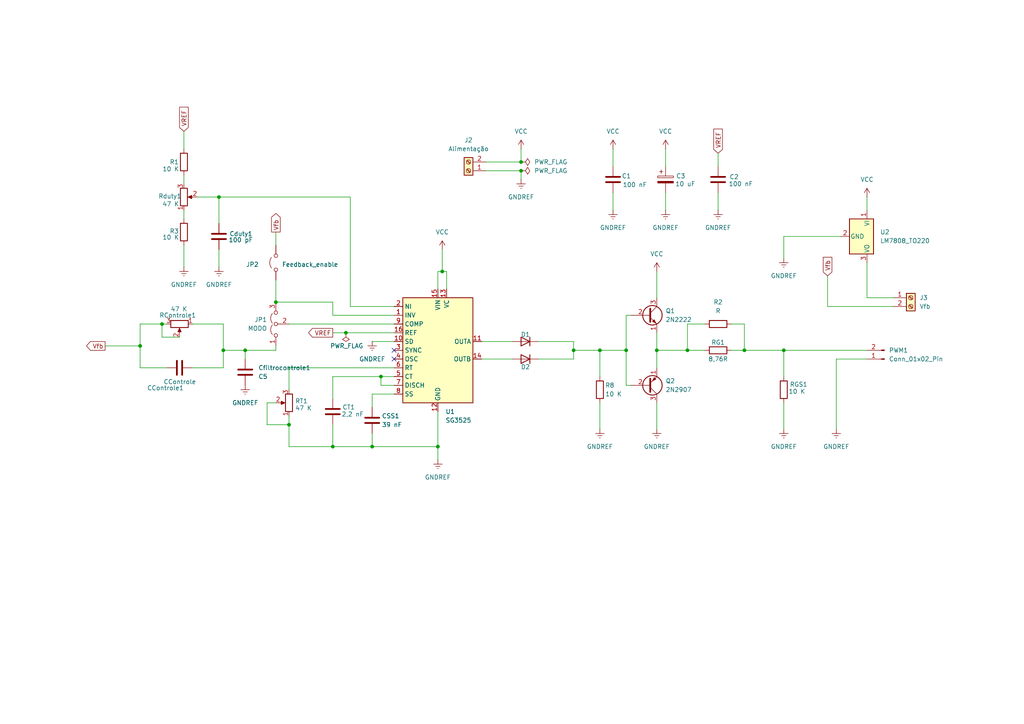
<source format=kicad_sch>
(kicad_sch (version 20231120) (generator "eeschema") (generator_version "8.0")
  (paper "A4")
  (lib_symbols
    (symbol "Connector:Conn_01x02_Pin" (pin_names (offset 1.016) hide)
      (property "Reference" "J" (at 0 2.54 0))
      (property "Value" "Conn_01x02_Pin" (at 0 -5.08 0))
      (symbol "Conn_01x02_Pin_1_1"
        (polyline (pts (xy 1.27 -2.54) (xy 0.8636 -2.54)) (stroke (width 0.1524)))
        (polyline (pts (xy 1.27 0) (xy 0.8636 0)) (stroke (width 0.1524)))
        (rectangle (start 0.8636 -2.413) (end 0 -2.667) (stroke (width 0.1524)) (fill (type outline)))
        (rectangle (start 0.8636 0.127) (end 0 -0.127) (stroke (width 0.1524)) (fill (type outline)))
        (pin passive line (at 5.08 0 180) (length 3.81) (name "Pin_1") (number "1"))
        (pin passive line (at 5.08 -2.54 180) (length 3.81) (name "Pin_2") (number "2"))
      )
    )
    (symbol "Connector:Screw_Terminal_01x02" (pin_names (offset 1.016) hide)
      (property "Reference" "J" (at 0 2.54 0))
      (property "Value" "Screw_Terminal_01x02" (at 0 -5.08 0))
      (symbol "Screw_Terminal_01x02_1_1"
        (rectangle (start -1.27 1.27) (end 1.27 -3.81) (stroke (width 0.254)) (fill (type background)))
        (circle (center 0 -2.54) (radius 0.635) (stroke (width 0.1524)))
        (polyline (pts (xy -0.5334 -2.2098) (xy 0.3302 -3.048)) (stroke (width 0.1524)))
        (polyline (pts (xy -0.5334 0.3302) (xy 0.3302 -0.508)) (stroke (width 0.1524)))
        (polyline (pts (xy -0.3556 -2.032) (xy 0.508 -2.8702)) (stroke (width 0.1524)))
        (polyline (pts (xy -0.3556 0.508) (xy 0.508 -0.3302)) (stroke (width 0.1524)))
        (circle (center 0 0) (radius 0.635) (stroke (width 0.1524)))
        (pin passive line (at -5.08 0 0) (length 3.81) (name "Pin_1") (number "1"))
        (pin passive line (at -5.08 -2.54 0) (length 3.81) (name "Pin_2") (number "2"))
      )
    )
    (symbol "Device:C" (pin_numbers hide) (pin_names (offset 0.254))
      (property "Reference" "C" (at 0.635 2.54 0))
      (property "Value" "C" (at 0.635 -2.54 0))
      (symbol "C_0_1"
        (polyline (pts (xy -2.032 -0.762) (xy 2.032 -0.762)) (stroke (width 0.508)))
        (polyline (pts (xy -2.032 0.762) (xy 2.032 0.762)) (stroke (width 0.508)))
      )
      (symbol "C_1_1"
        (pin passive line (at 0 3.81 270) (length 2.794) (name "~") (number "1"))
        (pin passive line (at 0 -3.81 90) (length 2.794) (name "~") (number "2"))
      )
    )
    (symbol "Device:C_Polarized" (pin_numbers hide) (pin_names (offset 0.254))
      (property "Reference" "C" (at 0.635 2.54 0))
      (property "Value" "C_Polarized" (at 0.635 -2.54 0))
      (symbol "C_Polarized_0_1"
        (rectangle (start -2.286 0.508) (end 2.286 1.016))
        (polyline (pts (xy -1.778 2.286) (xy -0.762 2.286)))
        (polyline (pts (xy -1.27 2.794) (xy -1.27 1.778)))
        (rectangle (start 2.286 -0.508) (end -2.286 -1.016) (fill (type outline)))
      )
      (symbol "C_Polarized_1_1"
        (pin passive line (at 0 3.81 270) (length 2.794) (name "~") (number "1"))
        (pin passive line (at 0 -3.81 90) (length 2.794) (name "~") (number "2"))
      )
    )
    (symbol "Device:D" (pin_numbers hide) (pin_names (offset 1.016) hide)
      (property "Reference" "D" (at 0 2.54 0))
      (property "Value" "D" (at 0 -2.54 0))
      (symbol "D_0_1"
        (polyline (pts (xy -1.27 1.27) (xy -1.27 -1.27)) (stroke (width 0.254)))
        (polyline (pts (xy 1.27 0) (xy -1.27 0)))
        (polyline (pts (xy 1.27 1.27) (xy 1.27 -1.27) (xy -1.27 0) (xy 1.27 1.27)) (stroke (width 0.254)))
      )
      (symbol "D_1_1"
        (pin passive line (at -3.81 0 0) (length 2.54) (name "K") (number "1"))
        (pin passive line (at 3.81 0 180) (length 2.54) (name "A") (number "2"))
      )
    )
    (symbol "Device:R" (pin_numbers hide) (pin_names (offset 0))
      (property "Reference" "R" (at 2.032 0 90))
      (property "Value" "R" (at 0 0 90))
      (symbol "R_0_1"
        (rectangle (start -1.016 -2.54) (end 1.016 2.54) (stroke (width 0.254)))
      )
      (symbol "R_1_1"
        (pin passive line (at 0 3.81 270) (length 1.27) (name "~") (number "1"))
        (pin passive line (at 0 -3.81 90) (length 1.27) (name "~") (number "2"))
      )
    )
    (symbol "Device:R_Potentiometer" (pin_names (offset 1.016) hide)
      (property "Reference" "RV" (at -4.445 0 90))
      (property "Value" "R_Potentiometer" (at -2.54 0 90))
      (symbol "R_Potentiometer_0_1"
        (polyline (pts (xy 2.54 0) (xy 1.524 0)))
        (polyline (pts (xy 1.143 0) (xy 2.286 0.508) (xy 2.286 -0.508) (xy 1.143 0)) (fill (type outline)))
        (rectangle (start 1.016 2.54) (end -1.016 -2.54) (stroke (width 0.254)))
      )
      (symbol "R_Potentiometer_1_1"
        (pin passive line (at 0 3.81 270) (length 1.27) (name "1") (number "1"))
        (pin passive line (at 3.81 0 180) (length 1.27) (name "2") (number "2"))
        (pin passive line (at 0 -3.81 90) (length 1.27) (name "3") (number "3"))
      )
    )
    (symbol "Jumper:Jumper_2_Open" (pin_numbers hide) (pin_names (offset 0) hide) (exclude_from_sim yes)
      (property "Reference" "JP" (at 0 2.794 0))
      (property "Value" "Jumper_2_Open" (at 0 -2.286 0))
      (symbol "Jumper_2_Open_0_0"
        (circle (center -2.032 0) (radius 0.508))
        (circle (center 2.032 0) (radius 0.508))
      )
      (symbol "Jumper_2_Open_0_1"
        (arc (start 1.524 1.27) (mid 0 1.778) (end -1.524 1.27))
      )
      (symbol "Jumper_2_Open_1_1"
        (pin passive line (at -5.08 0 0) (length 2.54) (name "A") (number "1"))
        (pin passive line (at 5.08 0 180) (length 2.54) (name "B") (number "2"))
      )
    )
    (symbol "Jumper:Jumper_3_Open" (pin_names (offset 0) hide) (exclude_from_sim yes) (in_bom no)
      (property "Reference" "JP" (at -2.54 -2.54 0))
      (property "Value" "Jumper_3_Open" (at 0 2.794 0))
      (symbol "Jumper_3_Open_0_0"
        (circle (center -3.302 0) (radius 0.508))
        (circle (center 0 0) (radius 0.508))
        (circle (center 3.302 0) (radius 0.508))
      )
      (symbol "Jumper_3_Open_0_1"
        (arc (start -0.254 1.016) (mid -1.651 1.4992) (end -3.048 1.016))
        (polyline (pts (xy 0 -0.508) (xy 0 -1.27)))
        (arc (start 3.048 1.016) (mid 1.651 1.4992) (end 0.254 1.016))
      )
      (symbol "Jumper_3_Open_1_1"
        (pin passive line (at -6.35 0 0) (length 2.54) (name "A") (number "1"))
        (pin passive line (at 0 -3.81 90) (length 2.54) (name "C") (number "2"))
        (pin passive line (at 6.35 0 180) (length 2.54) (name "B") (number "3"))
      )
    )
    (symbol "Regulator_Controller:SG3525"
      (property "Reference" "U" (at 3.81 19.05 0))
      (property "Value" "SG3525" (at 3.81 16.51 0))
      (symbol "SG3525_0_1"
        (rectangle (start -10.16 -15.24) (end 10.16 15.24) (stroke (width 0.254)) (fill (type background)))
      )
      (symbol "SG3525_1_1"
        (pin input line (at -12.7 10.16 0) (length 2.54) (name "INV") (number "1"))
        (pin passive line (at -12.7 2.54 0) (length 2.54) (name "SD") (number "10"))
        (pin output line (at 12.7 2.54 180) (length 2.54) (name "OUTA") (number "11"))
        (pin power_in line (at 0 -17.78 90) (length 2.54) (name "GND") (number "12"))
        (pin power_in line (at 2.54 17.78 270) (length 2.54) (name "VC") (number "13"))
        (pin output line (at 12.7 -2.54 180) (length 2.54) (name "OUTB") (number "14"))
        (pin power_in line (at 0 17.78 270) (length 2.54) (name "VIN") (number "15"))
        (pin power_in line (at -12.7 5.08 0) (length 2.54) (name "REF") (number "16"))
        (pin input line (at -12.7 12.7 0) (length 2.54) (name "NI") (number "2"))
        (pin passive line (at -12.7 0 0) (length 2.54) (name "SYNC") (number "3"))
        (pin output line (at -12.7 -2.54 0) (length 2.54) (name "OSC") (number "4"))
        (pin passive line (at -12.7 -7.62 0) (length 2.54) (name "CT") (number "5"))
        (pin passive line (at -12.7 -5.08 0) (length 2.54) (name "RT") (number "6"))
        (pin open_collector line (at -12.7 -10.16 0) (length 2.54) (name "DISCH") (number "7"))
        (pin passive line (at -12.7 -12.7 0) (length 2.54) (name "SS") (number "8"))
        (pin passive line (at -12.7 7.62 0) (length 2.54) (name "COMP") (number "9"))
      )
    )
    (symbol "Regulator_Linear:LM7808_TO220" (pin_names (offset 0.254))
      (property "Reference" "U" (at -3.81 3.175 0))
      (property "Value" "LM7808_TO220" (at 0 3.175 0))
      (symbol "LM7808_TO220_0_1"
        (rectangle (start -5.08 1.905) (end 5.08 -5.08) (stroke (width 0.254)) (fill (type background)))
      )
      (symbol "LM7808_TO220_1_1"
        (pin power_in line (at -7.62 0 0) (length 2.54) (name "VI") (number "1"))
        (pin power_in line (at 0 -7.62 90) (length 2.54) (name "GND") (number "2"))
        (pin power_out line (at 7.62 0 180) (length 2.54) (name "VO") (number "3"))
      )
    )
    (symbol "Transistor_BJT:2N2219" (pin_names (offset 0) hide)
      (property "Reference" "Q" (at 5.08 1.905 0))
      (property "Value" "2N2219" (at 5.08 0 0))
      (symbol "2N2219_0_1"
        (polyline (pts (xy 0.635 0.635) (xy 2.54 2.54)))
        (polyline (pts (xy 0.635 -0.635) (xy 2.54 -2.54) (xy 2.54 -2.54)))
        (polyline (pts (xy 0.635 1.905) (xy 0.635 -1.905) (xy 0.635 -1.905)) (stroke (width 0.508)))
        (polyline (pts (xy 1.27 -1.778) (xy 1.778 -1.27) (xy 2.286 -2.286) (xy 1.27 -1.778) (xy 1.27 -1.778)) (fill (type outline)))
        (circle (center 1.27 0) (radius 2.8194) (stroke (width 0.254)))
      )
      (symbol "2N2219_1_1"
        (pin passive line (at 2.54 -5.08 90) (length 2.54) (name "E") (number "1"))
        (pin passive line (at -5.08 0 0) (length 5.715) (name "B") (number "2"))
        (pin passive line (at 2.54 5.08 270) (length 2.54) (name "C") (number "3"))
      )
    )
    (symbol "Transistor_BJT:BC161" (pin_names (offset 0) hide)
      (property "Reference" "Q" (at 5.08 1.905 0))
      (property "Value" "BC161" (at 5.08 0 0))
      (symbol "BC161_0_1"
        (polyline (pts (xy 0.635 0.635) (xy 2.54 2.54)))
        (polyline (pts (xy 0.635 -0.635) (xy 2.54 -2.54) (xy 2.54 -2.54)))
        (polyline (pts (xy 0.635 1.905) (xy 0.635 -1.905) (xy 0.635 -1.905)) (stroke (width 0.508)))
        (polyline (pts (xy 2.286 -1.778) (xy 1.778 -2.286) (xy 1.27 -1.27) (xy 2.286 -1.778) (xy 2.286 -1.778)) (fill (type outline)))
        (circle (center 1.27 0) (radius 2.8194) (stroke (width 0.254)))
      )
      (symbol "BC161_1_1"
        (pin passive line (at 2.54 -5.08 90) (length 2.54) (name "E") (number "1"))
        (pin input line (at -5.08 0 0) (length 5.715) (name "B") (number "2"))
        (pin passive line (at 2.54 5.08 270) (length 2.54) (name "C") (number "3"))
      )
    )
    (symbol "power:GNDREF" (power) (pin_numbers hide) (pin_names (offset 0) hide)
      (property "Value" "GNDREF" (at 0 -3.81 0))
      (symbol "GNDREF_0_1"
        (polyline (pts (xy -0.635 -1.905) (xy 0.635 -1.905)))
        (polyline (pts (xy -0.127 -2.54) (xy 0.127 -2.54)))
        (polyline (pts (xy 0 -1.27) (xy 0 0)))
        (polyline (pts (xy 1.27 -1.27) (xy -1.27 -1.27)))
      )
      (symbol "GNDREF_1_1"
        (pin power_in line (at 0 0 270) (length 0) (name "~") (number "1"))
      )
    )
    (symbol "power:PWR_FLAG" (power) (pin_numbers hide) (pin_names (offset 0) hide)
      (property "Value" "PWR_FLAG" (at 0 3.81 0))
      (symbol "PWR_FLAG_0_0"
        (pin power_out line (at 0 0 90) (length 0) (name "~") (number "1"))
      )
      (symbol "PWR_FLAG_0_1"
        (polyline (pts (xy 0 0) (xy 0 1.27) (xy -1.016 1.905) (xy 0 2.54) (xy 1.016 1.905) (xy 0 1.27)))
      )
    )
    (symbol "power:VCC" (power) (pin_numbers hide) (pin_names (offset 0) hide)
      (property "Value" "VCC" (at 0 3.556 0))
      (symbol "VCC_0_1"
        (polyline (pts (xy -0.762 1.27) (xy 0 2.54)))
        (polyline (pts (xy 0 0) (xy 0 2.54)))
        (polyline (pts (xy 0 2.54) (xy 0.762 1.27)))
      )
      (symbol "VCC_1_1"
        (pin power_in line (at 0 0 90) (length 0) (name "~") (number "1"))
      )
    )
  )
  (junction (at 199.39 101.6))
  (junction (at 64.77 101.6))
  (junction (at 128.27 78.74))
  (junction (at 83.82 123.19))
  (junction (at 80.01 87.63))
  (junction (at 173.99 101.6))
  (junction (at 181.61 101.6))
  (junction (at 100.33 96.52))
  (junction (at 151.13 49.53))
  (junction (at 40.64 100.33))
  (junction (at 96.52 129.54))
  (junction (at 71.12 101.6))
  (junction (at 46.99 93.98))
  (junction (at 63.5 57.15))
  (junction (at 107.95 129.54))
  (junction (at 215.9 101.6))
  (junction (at 127 129.54))
  (junction (at 190.5 101.6))
  (junction (at 227.33 101.6))
  (junction (at 151.13 46.99))
  (junction (at 110.49 109.22))
  (junction (at 166.37 101.6))
  (no_connect (at 114.3 104.14))
  (no_connect (at 114.3 101.6))
  (wire (pts (xy 64.77 93.98) (xy 64.77 101.6)))
  (wire (pts (xy 107.95 114.3) (xy 107.95 118.11)))
  (wire (pts (xy 71.12 101.6) (xy 71.12 104.14)))
  (wire (pts (xy 240.03 80.01) (xy 240.03 88.9)))
  (wire (pts (xy 140.97 49.53) (xy 151.13 49.53)))
  (wire (pts (xy 52.07 97.79) (xy 46.99 97.79)))
  (wire (pts (xy 173.99 101.6) (xy 181.61 101.6)))
  (wire (pts (xy 107.95 125.73) (xy 107.95 129.54)))
  (wire (pts (xy 181.61 101.6) (xy 181.61 111.76)))
  (wire (pts (xy 110.49 109.22) (xy 96.52 109.22)))
  (wire (pts (xy 156.21 99.06) (xy 166.37 99.06)))
  (wire (pts (xy 48.26 93.98) (xy 46.99 93.98)))
  (wire (pts (xy 151.13 46.99) (xy 151.13 43.18)))
  (wire (pts (xy 96.52 109.22) (xy 96.52 115.57)))
  (wire (pts (xy 83.82 106.68) (xy 114.3 106.68)))
  (wire (pts (xy 63.5 57.15) (xy 101.6 57.15)))
  (wire (pts (xy 199.39 93.98) (xy 199.39 101.6)))
  (wire (pts (xy 83.82 123.19) (xy 77.47 123.19)))
  (wire (pts (xy 83.82 123.19) (xy 83.82 129.54)))
  (wire (pts (xy 156.21 104.14) (xy 166.37 104.14)))
  (wire (pts (xy 71.12 101.6) (xy 80.01 101.6)))
  (wire (pts (xy 100.33 96.52) (xy 114.3 96.52)))
  (wire (pts (xy 77.47 116.84) (xy 80.01 116.84)))
  (wire (pts (xy 53.34 71.12) (xy 53.34 77.47)))
  (wire (pts (xy 251.46 76.2) (xy 251.46 86.36)))
  (wire (pts (xy 127 119.38) (xy 127 129.54)))
  (wire (pts (xy 208.28 44.45) (xy 208.28 48.26)))
  (wire (pts (xy 166.37 99.06) (xy 166.37 101.6)))
  (wire (pts (xy 83.82 120.65) (xy 83.82 123.19)))
  (wire (pts (xy 240.03 88.9) (xy 259.08 88.9)))
  (wire (pts (xy 227.33 68.58) (xy 227.33 74.93)))
  (wire (pts (xy 193.04 55.88) (xy 193.04 60.96)))
  (wire (pts (xy 227.33 68.58) (xy 243.84 68.58)))
  (wire (pts (xy 96.52 87.63) (xy 96.52 91.44)))
  (wire (pts (xy 128.27 72.39) (xy 128.27 78.74)))
  (wire (pts (xy 80.01 87.63) (xy 96.52 87.63)))
  (wire (pts (xy 212.09 93.98) (xy 215.9 93.98)))
  (wire (pts (xy 46.99 93.98) (xy 40.64 93.98)))
  (wire (pts (xy 129.54 78.74) (xy 129.54 83.82)))
  (wire (pts (xy 83.82 93.98) (xy 114.3 93.98)))
  (wire (pts (xy 139.7 104.14) (xy 148.59 104.14)))
  (wire (pts (xy 53.34 38.1) (xy 53.34 43.18)))
  (wire (pts (xy 114.3 111.76) (xy 110.49 111.76)))
  (wire (pts (xy 57.15 57.15) (xy 63.5 57.15)))
  (wire (pts (xy 173.99 116.84) (xy 173.99 124.46)))
  (wire (pts (xy 181.61 91.44) (xy 182.88 91.44)))
  (wire (pts (xy 127 129.54) (xy 127 133.35)))
  (wire (pts (xy 107.95 129.54) (xy 127 129.54)))
  (wire (pts (xy 30.48 100.33) (xy 40.64 100.33)))
  (wire (pts (xy 127 83.82) (xy 127 78.74)))
  (wire (pts (xy 55.88 106.68) (xy 64.77 106.68)))
  (wire (pts (xy 166.37 101.6) (xy 173.99 101.6)))
  (wire (pts (xy 151.13 49.53) (xy 151.13 52.07)))
  (wire (pts (xy 46.99 97.79) (xy 46.99 93.98)))
  (wire (pts (xy 128.27 78.74) (xy 129.54 78.74)))
  (wire (pts (xy 242.57 104.14) (xy 251.46 104.14)))
  (wire (pts (xy 64.77 101.6) (xy 64.77 106.68)))
  (wire (pts (xy 208.28 55.88) (xy 208.28 60.96)))
  (wire (pts (xy 199.39 101.6) (xy 204.47 101.6)))
  (wire (pts (xy 101.6 57.15) (xy 101.6 88.9)))
  (wire (pts (xy 166.37 101.6) (xy 166.37 104.14)))
  (wire (pts (xy 110.49 111.76) (xy 110.49 109.22)))
  (wire (pts (xy 83.82 129.54) (xy 96.52 129.54)))
  (wire (pts (xy 64.77 101.6) (xy 71.12 101.6)))
  (wire (pts (xy 114.3 114.3) (xy 107.95 114.3)))
  (wire (pts (xy 53.34 60.96) (xy 53.34 63.5)))
  (wire (pts (xy 96.52 129.54) (xy 107.95 129.54)))
  (wire (pts (xy 40.64 106.68) (xy 48.26 106.68)))
  (wire (pts (xy 177.8 55.88) (xy 177.8 60.96)))
  (wire (pts (xy 173.99 101.6) (xy 173.99 109.22)))
  (wire (pts (xy 63.5 57.15) (xy 63.5 64.77)))
  (wire (pts (xy 139.7 99.06) (xy 148.59 99.06)))
  (wire (pts (xy 190.5 116.84) (xy 190.5 124.46)))
  (wire (pts (xy 190.5 78.74) (xy 190.5 86.36)))
  (wire (pts (xy 227.33 101.6) (xy 227.33 109.22)))
  (wire (pts (xy 251.46 57.15) (xy 251.46 60.96)))
  (wire (pts (xy 96.52 96.52) (xy 100.33 96.52)))
  (wire (pts (xy 140.97 46.99) (xy 151.13 46.99)))
  (wire (pts (xy 96.52 91.44) (xy 114.3 91.44)))
  (wire (pts (xy 40.64 100.33) (xy 40.64 106.68)))
  (wire (pts (xy 227.33 116.84) (xy 227.33 124.46)))
  (wire (pts (xy 96.52 123.19) (xy 96.52 129.54)))
  (wire (pts (xy 190.5 96.52) (xy 190.5 101.6)))
  (wire (pts (xy 259.08 86.36) (xy 251.46 86.36)))
  (wire (pts (xy 177.8 48.26) (xy 177.8 43.18)))
  (wire (pts (xy 181.61 111.76) (xy 182.88 111.76)))
  (wire (pts (xy 215.9 93.98) (xy 215.9 101.6)))
  (wire (pts (xy 55.88 93.98) (xy 64.77 93.98)))
  (wire (pts (xy 63.5 72.39) (xy 63.5 77.47)))
  (wire (pts (xy 114.3 109.22) (xy 110.49 109.22)))
  (wire (pts (xy 80.01 81.28) (xy 80.01 87.63)))
  (wire (pts (xy 80.01 67.31) (xy 80.01 71.12)))
  (wire (pts (xy 40.64 93.98) (xy 40.64 100.33)))
  (wire (pts (xy 77.47 123.19) (xy 77.47 116.84)))
  (wire (pts (xy 215.9 101.6) (xy 212.09 101.6)))
  (wire (pts (xy 190.5 101.6) (xy 190.5 106.68)))
  (wire (pts (xy 107.95 99.06) (xy 114.3 99.06)))
  (wire (pts (xy 53.34 50.8) (xy 53.34 53.34)))
  (wire (pts (xy 190.5 101.6) (xy 199.39 101.6)))
  (wire (pts (xy 181.61 101.6) (xy 181.61 91.44)))
  (wire (pts (xy 227.33 101.6) (xy 251.46 101.6)))
  (wire (pts (xy 227.33 101.6) (xy 215.9 101.6)))
  (wire (pts (xy 114.3 88.9) (xy 101.6 88.9)))
  (wire (pts (xy 80.01 101.6) (xy 80.01 100.33)))
  (wire (pts (xy 204.47 93.98) (xy 199.39 93.98)))
  (wire (pts (xy 193.04 43.18) (xy 193.04 48.26)))
  (wire (pts (xy 83.82 113.03) (xy 83.82 106.68)))
  (wire (pts (xy 242.57 104.14) (xy 242.57 124.46)))
  (wire (pts (xy 127 78.74) (xy 128.27 78.74)))
  (global_label "VREF" (shape input) (at 208.28 44.45 90) (property "Intersheetrefs" "${INTERSHEET_REFS}" (effects (hide yes))))
  (global_label "Vfb" (shape output) (at 30.48 100.33 180) (property "Intersheetrefs" "${INTERSHEET_REFS}" (effects (hide yes))))
  (global_label "VREF" (shape input) (at 53.34 38.1 90) (property "Intersheetrefs" "${INTERSHEET_REFS}" (effects (hide yes))))
  (global_label "Vfb" (shape input) (at 240.03 80.01 90) (property "Intersheetrefs" "${INTERSHEET_REFS}" (effects (hide yes))))
  (global_label "VREF" (shape output) (at 96.52 96.52 180) (property "Intersheetrefs" "${INTERSHEET_REFS}" (effects (hide yes))))
  (global_label "Vfb" (shape output) (at 80.01 67.31 90) (property "Intersheetrefs" "${INTERSHEET_REFS}" (effects (hide yes))))
  (symbol (lib_id "Device:C") (at 71.12 107.95 0) (unit 1)
    (property "Reference" "Cfiltrocontrole1" (at 74.93 106.6799 0) (effects (justify left)))
    (property "Value" "C5" (at 74.93 109.2199 0) (effects (justify left)))
    (property "Footprint" "Capacitor_THT:C_Disc_D4.7mm_W2.5mm_P5.00mm" (effects (hide yes)))
    (property "Description" "Unpolarized capacitor" (effects (hide yes)))
  )
  (symbol (lib_id "Device:C") (at 63.5 68.58 0) (unit 1)
    (property "Reference" "Cduty1" (at 66.548 67.818 0) (effects (justify left)))
    (property "Value" "100 pF" (at 66.294 69.596 0) (effects (justify left)))
    (property "Footprint" "Capacitor_THT:C_Disc_D4.7mm_W2.5mm_P5.00mm" (effects (hide yes)))
    (property "Description" "Unpolarized capacitor" (effects (hide yes)))
  )
  (symbol (lib_id "power:PWR_FLAG") (at 151.13 49.53 270) (unit 1)
    (property "Reference" "#FLG02" (effects (hide yes)))
    (property "Value" "PWR_FLAG" (at 154.94 49.5299 90) (effects (justify left)))
    (property "Description" "Special symbol for telling ERC where power comes from" (effects (hide yes)))
  )
  (symbol (lib_id "power:GNDREF") (at 227.33 124.46 0) (unit 1)
    (property "Reference" "#PWR012" (effects (hide yes)))
    (property "Value" "GNDREF" (at 227.33 129.54 0))
    (property "Description" "Power symbol creates a global label with name \"GNDREF\" , reference supply ground" (effects (hide yes)))
  )
  (symbol (lib_id "power:VCC") (at 151.13 43.18 0) (unit 1)
    (property "Reference" "#PWR015" (effects (hide yes)))
    (property "Value" "VCC" (at 151.13 38.1 0))
    (property "Description" "Power symbol creates a global label with name \"VCC\"" (effects (hide yes)))
  )
  (symbol (lib_id "Transistor_BJT:2N2219") (at 187.96 91.44 0) (unit 1)
    (property "Reference" "Q1" (at 193.04 90.1699 0) (effects (justify left)))
    (property "Value" "2N2222" (at 193.04 92.7099 0) (effects (justify left)))
    (property "Footprint" "Package_TO_SOT_THT:TO-39-3" (effects (hide yes)))
    (property "Datasheet" "http://www.onsemi.com/pub_link/Collateral/2N2219-D.PDF" (effects (hide yes)))
    (property "Description" "800mA Ic, 50V Vce, NPN Transistor, TO-39" (effects (hide yes)))
  )
  (symbol (lib_id "Regulator_Linear:LM7808_TO220") (at 251.46 68.58 270) (unit 1)
    (property "Reference" "U2" (at 255.27 67.3099 90) (effects (justify left)))
    (property "Value" "LM7808_TO220" (at 255.27 69.8499 90) (effects (justify left)))
    (property "Footprint" "Package_TO_SOT_THT:TO-220-3_Vertical" (effects (hide yes)))
    (property "Datasheet" "https://www.onsemi.cn/PowerSolutions/document/MC7800-D.PDF" (effects (hide yes)))
    (property "Description" "Positive 1A 35V Linear Regulator, Fixed Output 8V, TO-220" (effects (hide yes)))
  )
  (symbol (lib_id "Device:C") (at 96.52 119.38 0) (unit 1)
    (property "Reference" "CT1" (at 99.314 118.11 0) (effects (justify left)))
    (property "Value" "2,2 nF" (at 99.06 120.142 0) (effects (justify left)))
    (property "Footprint" "Capacitor_THT:C_Disc_D4.7mm_W2.5mm_P5.00mm" (effects (hide yes)))
    (property "Description" "Unpolarized capacitor" (effects (hide yes)))
  )
  (symbol (lib_id "power:GNDREF") (at 242.57 124.46 0) (unit 1)
    (property "Reference" "#PWR014" (effects (hide yes)))
    (property "Value" "GNDREF" (at 242.57 129.54 0))
    (property "Description" "Power symbol creates a global label with name \"GNDREF\" , reference supply ground" (effects (hide yes)))
  )
  (symbol (lib_id "Device:R") (at 208.28 101.6 90) (unit 1)
    (property "Reference" "RG1" (at 208.28 99.314 90))
    (property "Value" "8,76R" (at 208.28 104.14 90))
    (property "Footprint" "Resistor_THT:R_Axial_DIN0207_L6.3mm_D2.5mm_P7.62mm_Horizontal" (effects (hide yes)))
    (property "Description" "Resistor" (effects (hide yes)))
  )
  (symbol (lib_id "Device:R_Potentiometer") (at 52.07 93.98 270) (unit 1)
    (property "Reference" "RControle1" (at 56.896 91.44 90) (effects (justify right)))
    (property "Value" "47 K" (at 54.356 89.662 90) (effects (justify right)))
    (property "Footprint" "Potentiometer_THT:Potentiometer_Bourns_3296W_Vertical" (effects (hide yes)))
    (property "Description" "Potentiometer" (effects (hide yes)))
  )
  (symbol (lib_id "Connector:Screw_Terminal_01x02") (at 135.89 49.53 180) (unit 1)
    (property "Reference" "J2" (at 135.89 40.64 0))
    (property "Value" "Alimentação" (at 135.89 43.18 0))
    (property "Footprint" "TerminalBlock:TerminalBlock_bornier-2_P5.08mm" (effects (hide yes)))
    (property "Description" "Generic screw terminal, single row, 01x02, script generated (kicad-library-utils/schlib/autogen/connector/)" (effects (hide yes)))
  )
  (symbol (lib_id "power:GNDREF") (at 53.34 77.47 0) (unit 1)
    (property "Reference" "#PWR01" (effects (hide yes)))
    (property "Value" "GNDREF" (at 53.34 82.55 0))
    (property "Description" "Power symbol creates a global label with name \"GNDREF\" , reference supply ground" (effects (hide yes)))
  )
  (symbol (lib_id "Device:R") (at 173.99 113.03 0) (unit 1)
    (property "Reference" "R8" (at 175.514 111.76 0) (effects (justify left)))
    (property "Value" "10 K" (at 175.514 114.3 0) (effects (justify left)))
    (property "Footprint" "Resistor_THT:R_Axial_DIN0207_L6.3mm_D2.5mm_P7.62mm_Horizontal" (effects (hide yes)))
    (property "Description" "Resistor" (effects (hide yes)))
  )
  (symbol (lib_id "Jumper:Jumper_3_Open") (at 80.01 93.98 90) (unit 1) (exclude_from_sim yes) (in_bom no)
    (property "Reference" "JP1" (at 77.47 92.7099 90) (effects (justify left)))
    (property "Value" "MODO" (at 77.47 95.2499 90) (effects (justify left)))
    (property "Footprint" "Connector_PinHeader_2.54mm:PinHeader_1x03_P2.54mm_Vertical" (effects (hide yes)))
    (property "Description" "Jumper, 3-pole, both open" (effects (hide yes)))
  )
  (symbol (lib_id "power:GNDREF") (at 193.04 60.96 0) (unit 1)
    (property "Reference" "#PWR08" (effects (hide yes)))
    (property "Value" "GNDREF" (at 193.04 66.04 0))
    (property "Description" "Power symbol creates a global label with name \"GNDREF\" , reference supply ground" (effects (hide yes)))
  )
  (symbol (lib_id "power:VCC") (at 190.5 78.74 0) (unit 1)
    (property "Reference" "#PWR09" (effects (hide yes)))
    (property "Value" "VCC" (at 190.5 73.66 0))
    (property "Description" "Power symbol creates a global label with name \"VCC\"" (effects (hide yes)))
  )
  (symbol (lib_id "power:GNDREF") (at 107.95 99.06 0) (unit 1)
    (property "Reference" "#PWR018" (effects (hide yes)))
    (property "Value" "GNDREF" (at 107.95 104.14 0))
    (property "Description" "Power symbol creates a global label with name \"GNDREF\" , reference supply ground" (effects (hide yes)))
  )
  (symbol (lib_id "Device:C") (at 52.07 106.68 90) (unit 1)
    (property "Reference" "CControle1" (at 53.34 112.522 90) (effects (justify left)))
    (property "Value" "CControle" (at 56.896 110.744 90) (effects (justify left)))
    (property "Footprint" "Capacitor_THT:C_Disc_D4.7mm_W2.5mm_P5.00mm" (effects (hide yes)))
    (property "Description" "Unpolarized capacitor" (effects (hide yes)))
  )
  (symbol (lib_id "Device:C") (at 177.8 52.07 0) (unit 1)
    (property "Reference" "C1" (at 180.34 51.054 0) (effects (justify left)))
    (property "Value" "100 nF" (at 180.594 53.594 0) (effects (justify left)))
    (property "Footprint" "Capacitor_THT:C_Disc_D4.7mm_W2.5mm_P5.00mm" (effects (hide yes)))
    (property "Description" "Unpolarized capacitor" (effects (hide yes)))
  )
  (symbol (lib_id "Device:D") (at 152.4 104.14 180) (unit 1)
    (property "Reference" "D2" (at 152.4 106.426 0))
    (property "Value" "D" (effects (hide yes)))
    (property "Footprint" "Diode_THT:D_DO-35_SOD27_P7.62mm_Horizontal" (effects (hide yes)))
    (property "Description" "Diode" (effects (hide yes)))
    (property "Sim.Device" "D" (effects (hide yes)))
    (property "Sim.Pins" "1=K 2=A" (effects (hide yes)))
  )
  (symbol (lib_id "power:PWR_FLAG") (at 100.33 96.52 180) (unit 1)
    (property "Reference" "#FLG03" (effects (hide yes)))
    (property "Value" "PWR_FLAG" (at 100.584 100.33 0))
    (property "Description" "Special symbol for telling ERC where power comes from" (effects (hide yes)))
  )
  (symbol (lib_id "Device:C") (at 107.95 121.92 0) (unit 1)
    (property "Reference" "CSS1" (at 110.744 120.65 0) (effects (justify left)))
    (property "Value" "39 nF" (at 110.744 123.19 0) (effects (justify left)))
    (property "Footprint" "Capacitor_THT:C_Disc_D4.7mm_W2.5mm_P5.00mm" (effects (hide yes)))
    (property "Description" "Unpolarized capacitor" (effects (hide yes)))
  )
  (symbol (lib_id "Connector:Conn_01x02_Pin") (at 256.54 104.14 180) (unit 1)
    (property "Reference" "PWM1" (at 257.81 101.5999 0) (effects (justify right)))
    (property "Value" "Conn_01x02_Pin" (at 257.81 104.1399 0) (effects (justify right)))
    (property "Footprint" "Connector_JST:JST_EH_B2B-EH-A_1x02_P2.50mm_Vertical" (effects (hide yes)))
    (property "Description" "Generic connector, single row, 01x02, script generated" (effects (hide yes)))
  )
  (symbol (lib_id "Device:C") (at 208.28 52.07 0) (unit 1)
    (property "Reference" "C2" (at 211.582 51.308 0) (effects (justify left)))
    (property "Value" "100 nF" (at 211.328 53.34 0) (effects (justify left)))
    (property "Footprint" "Capacitor_THT:C_Disc_D4.7mm_W2.5mm_P5.00mm" (effects (hide yes)))
    (property "Description" "Unpolarized capacitor" (effects (hide yes)))
  )
  (symbol (lib_id "power:VCC") (at 128.27 72.39 0) (unit 1)
    (property "Reference" "#PWR04" (effects (hide yes)))
    (property "Value" "VCC" (at 128.27 67.31 0))
    (property "Description" "Power symbol creates a global label with name \"VCC\"" (effects (hide yes)))
  )
  (symbol (lib_id "power:VCC") (at 251.46 57.15 0) (unit 1)
    (property "Reference" "#PWR019" (effects (hide yes)))
    (property "Value" "VCC" (at 251.46 52.07 0))
    (property "Description" "Power symbol creates a global label with name \"VCC\"" (effects (hide yes)))
  )
  (symbol (lib_id "Device:R") (at 227.33 113.03 180) (unit 1)
    (property "Reference" "RGS1" (at 231.648 111.506 0))
    (property "Value" "10 K" (at 231.14 113.538 0))
    (property "Footprint" "Resistor_THT:R_Axial_DIN0207_L6.3mm_D2.5mm_P7.62mm_Horizontal" (effects (hide yes)))
    (property "Description" "Resistor" (effects (hide yes)))
  )
  (symbol (lib_id "Transistor_BJT:BC161") (at 187.96 111.76 0) (mirror x) (unit 1)
    (property "Reference" "Q2" (at 193.04 110.4899 0) (effects (justify left)))
    (property "Value" "2N2907" (at 193.04 113.0299 0) (effects (justify left)))
    (property "Footprint" "Package_TO_SOT_THT:TO-39-3" (effects (hide yes)))
    (property "Datasheet" "http://www.farnell.com/datasheets/1697389.pdf" (effects (hide yes)))
    (property "Description" "1A Ic, 60V Vce, Power PNP Transistor, TO-39" (effects (hide yes)))
  )
  (symbol (lib_id "power:VCC") (at 193.04 43.18 0) (unit 1)
    (property "Reference" "#PWR07" (effects (hide yes)))
    (property "Value" "VCC" (at 193.04 38.1 0))
    (property "Description" "Power symbol creates a global label with name \"VCC\"" (effects (hide yes)))
  )
  (symbol (lib_id "Device:D") (at 152.4 99.06 180) (unit 1)
    (property "Reference" "D1" (at 152.4 97.028 0))
    (property "Value" "D" (effects (hide yes)))
    (property "Footprint" "Diode_THT:D_DO-35_SOD27_P7.62mm_Horizontal" (effects (hide yes)))
    (property "Description" "Diode" (effects (hide yes)))
    (property "Sim.Device" "D" (effects (hide yes)))
    (property "Sim.Pins" "1=K 2=A" (effects (hide yes)))
  )
  (symbol (lib_id "Jumper:Jumper_2_Open") (at 80.01 76.2 90) (unit 1) (exclude_from_sim yes)
    (property "Reference" "JP2" (at 71.374 76.708 90) (effects (justify right)))
    (property "Value" "Feedback_enable" (at 81.788 76.708 90) (effects (justify right)))
    (property "Footprint" "Connector_PinHeader_2.54mm:PinHeader_1x02_P2.54mm_Vertical" (effects (hide yes)))
    (property "Description" "Jumper, 2-pole, open" (effects (hide yes)))
  )
  (symbol (lib_id "Device:R") (at 53.34 67.31 0) (mirror x) (unit 1)
    (property "Reference" "R3" (at 50.546 67.056 0))
    (property "Value" "10 K" (at 49.53 68.834 0))
    (property "Footprint" "Resistor_THT:R_Axial_DIN0207_L6.3mm_D2.5mm_P7.62mm_Horizontal" (effects (hide yes)))
    (property "Description" "Resistor" (effects (hide yes)))
  )
  (symbol (lib_id "Device:R") (at 208.28 93.98 90) (unit 1)
    (property "Reference" "R2" (at 208.28 87.63 90))
    (property "Value" "R" (at 208.28 90.17 90))
    (property "Footprint" "Resistor_THT:R_Axial_DIN0207_L6.3mm_D2.5mm_P7.62mm_Horizontal" (effects (hide yes)))
    (property "Description" "Resistor" (effects (hide yes)))
  )
  (symbol (lib_id "power:VCC") (at 177.8 43.18 0) (unit 1)
    (property "Reference" "#PWR05" (effects (hide yes)))
    (property "Value" "VCC" (at 177.8 38.1 0))
    (property "Description" "Power symbol creates a global label with name \"VCC\"" (effects (hide yes)))
  )
  (symbol (lib_id "power:GNDREF") (at 177.8 60.96 0) (unit 1)
    (property "Reference" "#PWR06" (effects (hide yes)))
    (property "Value" "GNDREF" (at 177.8 66.04 0))
    (property "Description" "Power symbol creates a global label with name \"GNDREF\" , reference supply ground" (effects (hide yes)))
  )
  (symbol (lib_id "power:GNDREF") (at 227.33 74.93 0) (unit 1)
    (property "Reference" "#PWR020" (effects (hide yes)))
    (property "Value" "GNDREF" (at 227.33 80.01 0))
    (property "Description" "Power symbol creates a global label with name \"GNDREF\" , reference supply ground" (effects (hide yes)))
  )
  (symbol (lib_id "power:GNDREF") (at 71.12 111.76 0) (unit 1)
    (property "Reference" "#PWR016" (effects (hide yes)))
    (property "Value" "GNDREF" (at 71.12 116.84 0))
    (property "Description" "Power symbol creates a global label with name \"GNDREF\" , reference supply ground" (effects (hide yes)))
  )
  (symbol (lib_id "Device:R") (at 53.34 46.99 0) (mirror x) (unit 1)
    (property "Reference" "R1" (at 50.546 46.99 0))
    (property "Value" "10 K" (at 49.53 49.022 0))
    (property "Footprint" "Resistor_THT:R_Axial_DIN0207_L6.3mm_D2.5mm_P7.62mm_Horizontal" (effects (hide yes)))
    (property "Description" "Resistor" (effects (hide yes)))
  )
  (symbol (lib_id "power:GNDREF") (at 173.99 124.46 0) (unit 1)
    (property "Reference" "#PWR011" (effects (hide yes)))
    (property "Value" "GNDREF" (at 173.99 129.54 0))
    (property "Description" "Power symbol creates a global label with name \"GNDREF\" , reference supply ground" (effects (hide yes)))
  )
  (symbol (lib_id "power:GNDREF") (at 190.5 124.46 0) (unit 1)
    (property "Reference" "#PWR010" (effects (hide yes)))
    (property "Value" "GNDREF" (at 190.5 129.54 0))
    (property "Description" "Power symbol creates a global label with name \"GNDREF\" , reference supply ground" (effects (hide yes)))
  )
  (symbol (lib_id "Connector:Screw_Terminal_01x02") (at 264.16 86.36 0) (unit 1)
    (property "Reference" "J3" (at 266.7 86.3599 0) (effects (justify left)))
    (property "Value" "Vfb" (at 266.7 88.8999 0) (effects (justify left)))
    (property "Footprint" "TerminalBlock:TerminalBlock_bornier-2_P5.08mm" (effects (hide yes)))
    (property "Description" "Generic screw terminal, single row, 01x02, script generated (kicad-library-utils/schlib/autogen/connector/)" (effects (hide yes)))
  )
  (symbol (lib_id "power:GNDREF") (at 208.28 60.96 0) (unit 1)
    (property "Reference" "#PWR03" (effects (hide yes)))
    (property "Value" "GNDREF" (at 208.28 66.04 0))
    (property "Description" "Power symbol creates a global label with name \"GNDREF\" , reference supply ground" (effects (hide yes)))
  )
  (symbol (lib_id "power:GNDREF") (at 151.13 52.07 0) (unit 1)
    (property "Reference" "#PWR017" (effects (hide yes)))
    (property "Value" "GNDREF" (at 151.13 57.15 0))
    (property "Description" "Power symbol creates a global label with name \"GNDREF\" , reference supply ground" (effects (hide yes)))
  )
  (symbol (lib_id "Regulator_Controller:SG3525") (at 127 101.6 0) (unit 1)
    (property "Reference" "U1" (at 129.1941 119.38 0) (effects (justify left)))
    (property "Value" "SG3525" (at 129.1941 121.92 0) (effects (justify left)))
    (property "Footprint" "Package_DIP:CERDIP-16_W7.62mm_SideBrazed_LongPads" (effects (hide yes)))
    (property "Datasheet" "www.st.com/resource/en/datasheet/sg3525.pdf" (effects (hide yes)))
    (property "Description" "Regulating Pulse Width Modulators, NOR Logic, PDIP-16/SOIC-16" (effects (hide yes)))
  )
  (symbol (lib_id "power:GNDREF") (at 63.5 77.47 0) (unit 1)
    (property "Reference" "#PWR013" (effects (hide yes)))
    (property "Value" "GNDREF" (at 63.5 82.55 0))
    (property "Description" "Power symbol creates a global label with name \"GNDREF\" , reference supply ground" (effects (hide yes)))
  )
  (symbol (lib_id "power:GNDREF") (at 127 133.35 0) (unit 1)
    (property "Reference" "#PWR02" (effects (hide yes)))
    (property "Value" "GNDREF" (at 127 138.43 0))
    (property "Description" "Power symbol creates a global label with name \"GNDREF\" , reference supply ground" (effects (hide yes)))
  )
  (symbol (lib_id "Device:C_Polarized") (at 193.04 52.07 0) (unit 1)
    (property "Reference" "C3" (at 196.088 51.054 0) (effects (justify left)))
    (property "Value" "10 uF" (at 195.834 53.34 0) (effects (justify left)))
    (property "Footprint" "Capacitor_THT:CP_Radial_D5.0mm_P2.00mm" (effects (hide yes)))
    (property "Description" "Polarized capacitor" (effects (hide yes)))
  )
  (symbol (lib_id "Device:R_Potentiometer") (at 53.34 57.15 0) (mirror x) (unit 1)
    (property "Reference" "Rduty1" (at 49.276 56.896 0))
    (property "Value" "47 K" (at 49.53 59.182 0))
    (property "Footprint" "Potentiometer_THT:Potentiometer_Bourns_3296W_Vertical" (effects (hide yes)))
    (property "Description" "Potentiometer" (effects (hide yes)))
  )
  (symbol (lib_id "Device:R_Potentiometer") (at 83.82 116.84 180) (unit 1)
    (property "Reference" "RT1" (at 85.598 116.332 0) (effects (justify right)))
    (property "Value" "47 K" (at 85.598 118.364 0) (effects (justify right)))
    (property "Footprint" "Potentiometer_THT:Potentiometer_Bourns_3296W_Vertical" (effects (hide yes)))
    (property "Description" "Potentiometer" (effects (hide yes)))
  )
  (symbol (lib_id "power:PWR_FLAG") (at 151.13 46.99 270) (unit 1)
    (property "Reference" "#FLG01" (effects (hide yes)))
    (property "Value" "PWR_FLAG" (at 154.94 46.9899 90) (effects (justify left)))
    (property "Description" "Special symbol for telling ERC where power comes from" (effects (hide yes)))
  )
)
</source>
